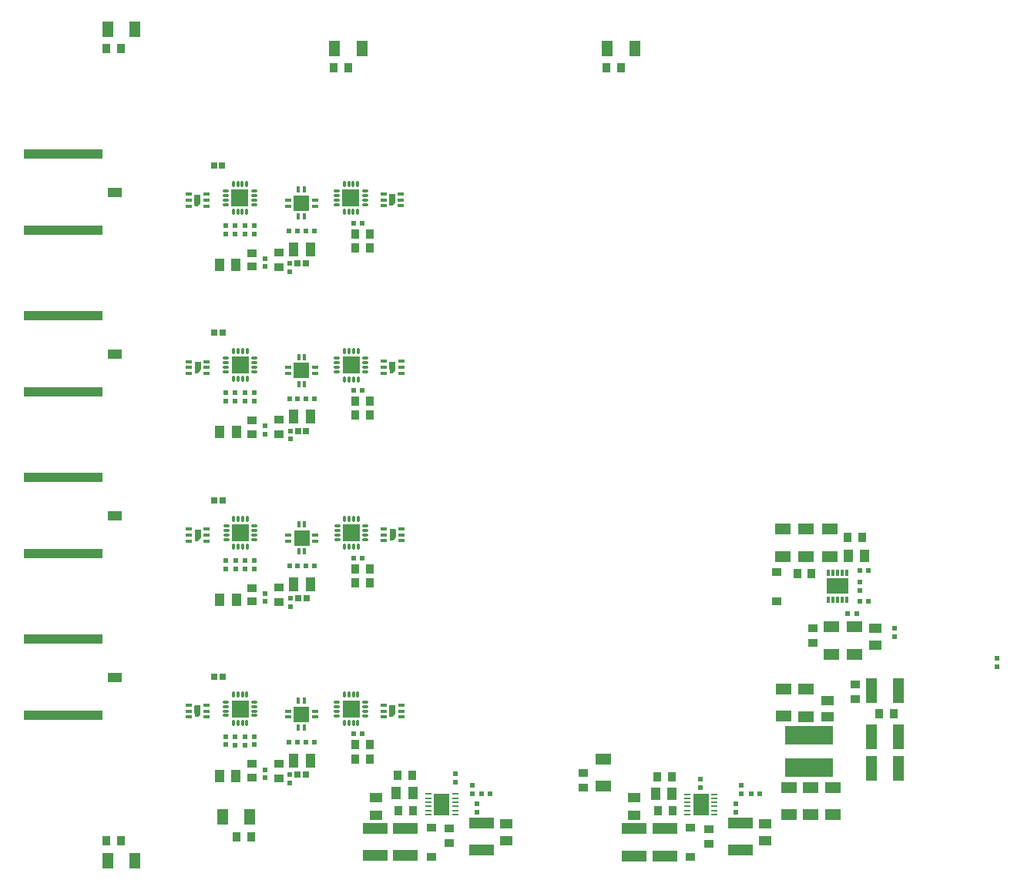
<source format=gtp>
G04*
G04 #@! TF.GenerationSoftware,Altium Limited,Altium Designer,21.1.0 (24)*
G04*
G04 Layer_Color=8421504*
%FSLAX25Y25*%
%MOIN*%
G70*
G04*
G04 #@! TF.SameCoordinates,59D5B773-27E9-4806-B489-B34453608D3F*
G04*
G04*
G04 #@! TF.FilePolarity,Positive*
G04*
G01*
G75*
%ADD13R,0.02441X0.02284*%
%ADD14R,0.20866X0.07874*%
%ADD15R,0.02795X0.02835*%
%ADD16R,0.33858X0.04331*%
%ADD17R,0.05906X0.03937*%
%ADD18R,0.01181X0.03150*%
%ADD19R,0.09764X0.06890*%
%ADD20R,0.03150X0.00984*%
%ADD21R,0.06890X0.09646*%
%ADD22R,0.04252X0.03622*%
%ADD23R,0.03543X0.03937*%
%ADD24R,0.02284X0.02441*%
%ADD25R,0.07480X0.07480*%
%ADD26O,0.02756X0.01181*%
%ADD27O,0.01181X0.02756*%
%ADD28O,0.02953X0.01181*%
%ADD29O,0.01181X0.02953*%
%ADD30R,0.07677X0.07677*%
%ADD31R,0.01378X0.01181*%
%ADD32R,0.00591X0.00591*%
%ADD33R,0.02559X0.03740*%
%ADD34R,0.03150X0.01181*%
%ADD35R,0.03110X0.01181*%
%ADD36R,0.01181X0.03110*%
%ADD37R,0.06693X0.06693*%
%ADD38R,0.04134X0.06299*%
%ADD39R,0.05512X0.04134*%
%ADD40R,0.03937X0.03740*%
%ADD41R,0.10630X0.04528*%
%ADD42R,0.07087X0.04528*%
%ADD43R,0.04528X0.07087*%
%ADD44R,0.04134X0.05512*%
%ADD45R,0.03937X0.03740*%
%ADD46R,0.02559X0.02559*%
%ADD47R,0.03740X0.03937*%
%ADD48R,0.02441X0.02441*%
%ADD49R,0.02441X0.02441*%
%ADD50R,0.05512X0.04134*%
%ADD51R,0.07087X0.04528*%
%ADD52R,0.04528X0.10630*%
%ADD53R,0.03740X0.03937*%
%ADD54R,0.03937X0.03543*%
G36*
X72708Y78533D02*
X71526Y77352D01*
X70148D01*
Y82273D01*
X72708D01*
Y78533D01*
D02*
G37*
G36*
X72787Y154795D02*
X71605Y153614D01*
X70227D01*
Y158535D01*
X72787D01*
Y154795D01*
D02*
G37*
G36*
X157001Y78567D02*
X155819Y77386D01*
X154441D01*
Y82308D01*
X157001D01*
Y78567D01*
D02*
G37*
G36*
X157080Y154830D02*
X155898Y153649D01*
X154520D01*
Y158570D01*
X157080D01*
Y154830D01*
D02*
G37*
G36*
X72748Y227341D02*
X71567Y226160D01*
X70189D01*
Y231081D01*
X72748D01*
Y227341D01*
D02*
G37*
G36*
X72658Y299791D02*
X71477Y298610D01*
X70099D01*
Y303532D01*
X72658D01*
Y299791D01*
D02*
G37*
G36*
X157041Y227375D02*
X155860Y226194D01*
X154482D01*
Y231115D01*
X157041D01*
Y227375D01*
D02*
G37*
G36*
X156951Y299826D02*
X155770Y298645D01*
X154392D01*
Y303566D01*
X156951D01*
Y299826D01*
D02*
G37*
D13*
X373079Y115817D02*
D03*
Y112116D02*
D03*
X91805Y290097D02*
D03*
Y286396D02*
D03*
X91894Y213945D02*
D03*
Y217646D02*
D03*
X91933Y145101D02*
D03*
Y141400D02*
D03*
X91854Y68838D02*
D03*
Y65137D02*
D03*
X87687Y290097D02*
D03*
Y286396D02*
D03*
X87777Y213945D02*
D03*
Y217646D02*
D03*
X87816Y145101D02*
D03*
Y141400D02*
D03*
X87737Y68838D02*
D03*
Y65137D02*
D03*
X190135Y47667D02*
D03*
Y43966D02*
D03*
X306576Y43891D02*
D03*
Y47591D02*
D03*
X192202Y39789D02*
D03*
Y36088D02*
D03*
X304331Y36043D02*
D03*
Y39744D02*
D03*
X182945Y48922D02*
D03*
Y52623D02*
D03*
X288976Y50276D02*
D03*
Y46575D02*
D03*
X417369Y102633D02*
D03*
Y98932D02*
D03*
X357861Y132055D02*
D03*
Y135756D02*
D03*
D14*
X336000Y69300D02*
D03*
Y55520D02*
D03*
D15*
X78510Y94737D02*
D03*
X82132D02*
D03*
X78589Y171000D02*
D03*
X82211D02*
D03*
X78550Y243545D02*
D03*
X82172D02*
D03*
X78461Y315996D02*
D03*
X82083D02*
D03*
D16*
X13429Y321029D02*
D03*
Y287959D02*
D03*
Y77959D02*
D03*
Y111030D02*
D03*
Y217959D02*
D03*
Y251029D02*
D03*
Y147959D02*
D03*
Y181029D02*
D03*
D17*
X35673Y304494D02*
D03*
Y94494D02*
D03*
Y234494D02*
D03*
Y164494D02*
D03*
D18*
X344311Y128000D02*
D03*
X346280D02*
D03*
X348248D02*
D03*
X350217D02*
D03*
X352185D02*
D03*
Y139811D02*
D03*
X350217D02*
D03*
X348248D02*
D03*
X346280D02*
D03*
X344311D02*
D03*
D19*
X348248Y133905D02*
D03*
D20*
X295073Y35006D02*
D03*
Y36777D02*
D03*
Y38549D02*
D03*
Y40321D02*
D03*
Y42092D02*
D03*
Y43864D02*
D03*
X283262D02*
D03*
Y42092D02*
D03*
Y40321D02*
D03*
Y38549D02*
D03*
Y36777D02*
D03*
Y35006D02*
D03*
X171134Y35050D02*
D03*
Y36822D02*
D03*
Y38594D02*
D03*
Y40365D02*
D03*
Y42137D02*
D03*
Y43909D02*
D03*
X182945D02*
D03*
Y42137D02*
D03*
Y40365D02*
D03*
Y38594D02*
D03*
Y36822D02*
D03*
Y35050D02*
D03*
D21*
X289168Y39435D02*
D03*
X177039Y39480D02*
D03*
D22*
X321800Y139999D02*
D03*
Y127401D02*
D03*
X172539Y29429D02*
D03*
Y16831D02*
D03*
X284668Y16786D02*
D03*
Y29384D02*
D03*
D23*
X254550Y358300D02*
D03*
X248250D02*
D03*
X157972Y52165D02*
D03*
X164272D02*
D03*
X270318Y51481D02*
D03*
X276617D02*
D03*
X358858Y155000D02*
D03*
X352559D02*
D03*
X88203Y25324D02*
D03*
X94502D02*
D03*
X38300Y23600D02*
D03*
X32001D02*
D03*
X38250Y366600D02*
D03*
X31950D02*
D03*
X136502Y358300D02*
D03*
X130202D02*
D03*
D24*
X361509Y127300D02*
D03*
X357808D02*
D03*
X194387Y44041D02*
D03*
X198088D02*
D03*
X314529Y43966D02*
D03*
X310828D02*
D03*
X357861Y140700D02*
D03*
X361561D02*
D03*
X356450Y122000D02*
D03*
X352750D02*
D03*
D25*
X89822Y80837D02*
D03*
X89772Y302095D02*
D03*
X89862Y229645D02*
D03*
X89901Y157099D02*
D03*
D26*
X95924Y83789D02*
D03*
Y81821D02*
D03*
Y79852D02*
D03*
Y77884D02*
D03*
X83719D02*
D03*
Y79852D02*
D03*
Y81821D02*
D03*
Y83789D02*
D03*
X95875Y305048D02*
D03*
Y303080D02*
D03*
Y301111D02*
D03*
Y299143D02*
D03*
X83670D02*
D03*
Y301111D02*
D03*
Y303080D02*
D03*
Y305048D02*
D03*
X83760Y232597D02*
D03*
Y230629D02*
D03*
Y228660D02*
D03*
Y226692D02*
D03*
X95964D02*
D03*
Y228660D02*
D03*
Y230629D02*
D03*
Y232597D02*
D03*
X96003Y160052D02*
D03*
Y158083D02*
D03*
Y156115D02*
D03*
Y154147D02*
D03*
X83798D02*
D03*
Y156115D02*
D03*
Y158083D02*
D03*
Y160052D02*
D03*
D27*
X92774Y74734D02*
D03*
X90806D02*
D03*
X88837D02*
D03*
X86869D02*
D03*
Y86939D02*
D03*
X88837D02*
D03*
X90806D02*
D03*
X92774D02*
D03*
X92725Y295993D02*
D03*
X90757D02*
D03*
X88788D02*
D03*
X86820D02*
D03*
Y308198D02*
D03*
X88788D02*
D03*
X90757D02*
D03*
X92725D02*
D03*
X92815Y235747D02*
D03*
X90846D02*
D03*
X88878D02*
D03*
X86909D02*
D03*
Y223542D02*
D03*
X88878D02*
D03*
X90846D02*
D03*
X92815D02*
D03*
X92853Y150997D02*
D03*
X90885D02*
D03*
X88916D02*
D03*
X86948D02*
D03*
Y163202D02*
D03*
X88916D02*
D03*
X90885D02*
D03*
X92853D02*
D03*
D28*
X143922Y77837D02*
D03*
Y79805D02*
D03*
Y81774D02*
D03*
Y83742D02*
D03*
X131717D02*
D03*
Y81774D02*
D03*
Y79805D02*
D03*
Y77837D02*
D03*
X143872Y299095D02*
D03*
Y301064D02*
D03*
Y303032D02*
D03*
Y305001D02*
D03*
X131668D02*
D03*
Y303032D02*
D03*
Y301064D02*
D03*
Y299095D02*
D03*
X131757Y226645D02*
D03*
Y228613D02*
D03*
Y230582D02*
D03*
Y232550D02*
D03*
X143962D02*
D03*
Y230582D02*
D03*
Y228613D02*
D03*
Y226645D02*
D03*
X144001Y154099D02*
D03*
Y156068D02*
D03*
Y158036D02*
D03*
Y160005D02*
D03*
X131796D02*
D03*
Y158036D02*
D03*
Y156068D02*
D03*
Y154099D02*
D03*
D29*
X140772Y86892D02*
D03*
X138804D02*
D03*
X136835D02*
D03*
X134867D02*
D03*
Y74687D02*
D03*
X136835D02*
D03*
X138804D02*
D03*
X140772D02*
D03*
X140723Y308150D02*
D03*
X138754D02*
D03*
X136786D02*
D03*
X134817D02*
D03*
Y295946D02*
D03*
X136786D02*
D03*
X138754D02*
D03*
X140723D02*
D03*
X140812Y223495D02*
D03*
X138844D02*
D03*
X136875D02*
D03*
X134907D02*
D03*
Y235700D02*
D03*
X136875D02*
D03*
X138844D02*
D03*
X140812D02*
D03*
X140851Y163154D02*
D03*
X138883D02*
D03*
X136914D02*
D03*
X134946D02*
D03*
Y150950D02*
D03*
X136914D02*
D03*
X138883D02*
D03*
X140851D02*
D03*
D30*
X137819Y80790D02*
D03*
X137770Y302048D02*
D03*
X137860Y229597D02*
D03*
X137898Y157052D02*
D03*
D31*
X70916Y154205D02*
D03*
X70837Y77942D02*
D03*
X155081Y299235D02*
D03*
X155171Y226785D02*
D03*
X155209Y154239D02*
D03*
X155130Y77977D02*
D03*
X70788Y299201D02*
D03*
X70878Y226750D02*
D03*
D32*
X71901Y154500D02*
D03*
X71822Y78237D02*
D03*
X156065Y299531D02*
D03*
X156155Y227080D02*
D03*
X156194Y154535D02*
D03*
X156115Y78272D02*
D03*
X71772Y299496D02*
D03*
X71862Y227045D02*
D03*
D33*
X71507Y156665D02*
D03*
X71428Y80403D02*
D03*
X155672Y301696D02*
D03*
X155761Y229245D02*
D03*
X155800Y156700D02*
D03*
X155721Y80437D02*
D03*
X71379Y301661D02*
D03*
X71468Y229211D02*
D03*
D34*
X75247Y153516D02*
D03*
Y156075D02*
D03*
Y158634D02*
D03*
X67767D02*
D03*
Y156075D02*
D03*
Y153516D02*
D03*
X67688Y77253D02*
D03*
Y79812D02*
D03*
Y82371D02*
D03*
X75168D02*
D03*
Y79812D02*
D03*
Y77253D02*
D03*
X159412Y298547D02*
D03*
Y301105D02*
D03*
Y303665D02*
D03*
X151932D02*
D03*
Y301105D02*
D03*
Y298547D02*
D03*
X159501Y226096D02*
D03*
Y228655D02*
D03*
Y231214D02*
D03*
X152021D02*
D03*
Y228655D02*
D03*
Y226096D02*
D03*
X159540Y153550D02*
D03*
Y156109D02*
D03*
Y158668D02*
D03*
X152060D02*
D03*
Y156109D02*
D03*
Y153550D02*
D03*
X151981Y77288D02*
D03*
Y79847D02*
D03*
Y82406D02*
D03*
X159461D02*
D03*
Y79847D02*
D03*
Y77288D02*
D03*
X75119Y298512D02*
D03*
Y301071D02*
D03*
Y303630D02*
D03*
X67639D02*
D03*
Y301071D02*
D03*
Y298512D02*
D03*
X75208Y226061D02*
D03*
Y228620D02*
D03*
Y231179D02*
D03*
X67728D02*
D03*
Y228620D02*
D03*
Y226061D02*
D03*
D35*
X122222Y77237D02*
D03*
Y79836D02*
D03*
X110529D02*
D03*
Y77237D02*
D03*
X110479Y298496D02*
D03*
Y301095D02*
D03*
X122172D02*
D03*
Y298496D02*
D03*
X110569Y226045D02*
D03*
Y228644D02*
D03*
X122262D02*
D03*
Y226045D02*
D03*
X110608Y153500D02*
D03*
Y156098D02*
D03*
X122301D02*
D03*
Y153500D02*
D03*
D36*
X117675Y84383D02*
D03*
X115076D02*
D03*
Y72690D02*
D03*
X117675D02*
D03*
X117625Y293949D02*
D03*
X115027D02*
D03*
Y305642D02*
D03*
X117625D02*
D03*
X117715Y221498D02*
D03*
X115116D02*
D03*
Y233191D02*
D03*
X117715D02*
D03*
X117754Y148953D02*
D03*
X115155D02*
D03*
Y160646D02*
D03*
X117754D02*
D03*
D37*
X116375Y78537D02*
D03*
X116326Y299795D02*
D03*
X116416Y227345D02*
D03*
X116454Y154799D02*
D03*
D38*
X120311Y58437D02*
D03*
X112831D02*
D03*
X112782Y279695D02*
D03*
X120262D02*
D03*
X120352Y207245D02*
D03*
X112871D02*
D03*
X112910Y134699D02*
D03*
X120391D02*
D03*
D39*
X316970Y23578D02*
D03*
Y31058D02*
D03*
X364567Y108366D02*
D03*
Y115847D02*
D03*
X148524Y34744D02*
D03*
Y42224D02*
D03*
X260268Y34809D02*
D03*
Y42289D02*
D03*
X204841Y23623D02*
D03*
Y31103D02*
D03*
D40*
X106516Y50804D02*
D03*
Y57104D02*
D03*
X94852Y272260D02*
D03*
Y278165D02*
D03*
X94942Y205715D02*
D03*
Y199809D02*
D03*
X94980Y127264D02*
D03*
Y133169D02*
D03*
X94901Y51001D02*
D03*
Y56907D02*
D03*
X106466Y272063D02*
D03*
Y278362D02*
D03*
X106556Y205911D02*
D03*
Y199612D02*
D03*
X106595Y127067D02*
D03*
Y133366D02*
D03*
D41*
X306299Y31398D02*
D03*
Y19587D02*
D03*
X161339Y17219D02*
D03*
Y29030D02*
D03*
X273468Y28985D02*
D03*
Y17174D02*
D03*
X148139Y17219D02*
D03*
Y29030D02*
D03*
X260268Y28985D02*
D03*
Y17174D02*
D03*
X194171Y19632D02*
D03*
Y31442D02*
D03*
D42*
X327148Y34956D02*
D03*
Y46767D02*
D03*
X345774Y104495D02*
D03*
Y116306D02*
D03*
X355542Y104495D02*
D03*
Y116306D02*
D03*
X334509Y158606D02*
D03*
Y146794D02*
D03*
X324609Y158606D02*
D03*
Y146794D02*
D03*
X344802D02*
D03*
Y158606D02*
D03*
X346254Y34956D02*
D03*
Y46767D02*
D03*
X336496Y34956D02*
D03*
Y46767D02*
D03*
D43*
X260554Y366800D02*
D03*
X248743D02*
D03*
X82199Y33890D02*
D03*
X94010D02*
D03*
X44304Y15100D02*
D03*
X32493D02*
D03*
X32495Y375200D02*
D03*
X44306D02*
D03*
X142506Y366800D02*
D03*
X130694D02*
D03*
D44*
X276611Y44185D02*
D03*
X269524D02*
D03*
X353015Y147200D02*
D03*
X360102D02*
D03*
X88061Y273047D02*
D03*
X80974D02*
D03*
X81063Y200596D02*
D03*
X88150D02*
D03*
X81102Y128051D02*
D03*
X88189D02*
D03*
X81023Y51789D02*
D03*
X88110D02*
D03*
X157396Y44230D02*
D03*
X164483D02*
D03*
D45*
X292468Y22535D02*
D03*
Y28835D02*
D03*
X337500Y109449D02*
D03*
Y115748D02*
D03*
X355842Y85161D02*
D03*
Y91460D02*
D03*
X180339Y28879D02*
D03*
Y22580D02*
D03*
D46*
X114760Y52378D02*
D03*
X118382D02*
D03*
X114711Y273636D02*
D03*
X118333D02*
D03*
X118423Y201185D02*
D03*
X114801D02*
D03*
X114839Y128640D02*
D03*
X118461D02*
D03*
D47*
X337108Y139400D02*
D03*
X330809D02*
D03*
X139600Y286496D02*
D03*
X145899D02*
D03*
X145989Y214045D02*
D03*
X139690D02*
D03*
X139728Y141500D02*
D03*
X146028D02*
D03*
X139649Y65237D02*
D03*
X145949D02*
D03*
X366339Y78740D02*
D03*
X372638D02*
D03*
X164689Y36830D02*
D03*
X158390D02*
D03*
X270518Y36785D02*
D03*
X276817D02*
D03*
D48*
X111387Y273638D02*
D03*
Y270094D02*
D03*
X111477Y197644D02*
D03*
Y201187D02*
D03*
X111516Y128642D02*
D03*
Y125098D02*
D03*
X111437Y52379D02*
D03*
Y48836D02*
D03*
X100634Y272213D02*
D03*
Y275756D02*
D03*
X100723Y203305D02*
D03*
Y199762D02*
D03*
X100762Y127217D02*
D03*
Y130760D02*
D03*
X100683Y50954D02*
D03*
Y54497D02*
D03*
X95922Y290018D02*
D03*
Y286475D02*
D03*
X96012Y214024D02*
D03*
Y217567D02*
D03*
X96050Y145022D02*
D03*
Y141479D02*
D03*
X95971Y68760D02*
D03*
Y65216D02*
D03*
X83570Y290018D02*
D03*
Y286475D02*
D03*
X83660Y214024D02*
D03*
Y217567D02*
D03*
X83698Y145022D02*
D03*
Y141479D02*
D03*
X83619Y68760D02*
D03*
Y65216D02*
D03*
D49*
X114594Y287595D02*
D03*
X111050D02*
D03*
X111140Y215145D02*
D03*
X114683D02*
D03*
X114722Y142599D02*
D03*
X111179D02*
D03*
X114643Y66337D02*
D03*
X111100D02*
D03*
X121794Y287595D02*
D03*
X118250D02*
D03*
X118340Y215145D02*
D03*
X121883D02*
D03*
X121922Y142599D02*
D03*
X118379D02*
D03*
X121843Y66337D02*
D03*
X118300D02*
D03*
X138950Y291196D02*
D03*
X142494D02*
D03*
X142583Y218745D02*
D03*
X139040D02*
D03*
X139079Y146200D02*
D03*
X142622D02*
D03*
X139000Y69937D02*
D03*
X142543D02*
D03*
D50*
X343865Y84473D02*
D03*
Y77386D02*
D03*
D51*
X334712Y77485D02*
D03*
Y89296D02*
D03*
X324843Y77671D02*
D03*
Y89482D02*
D03*
X246981Y47266D02*
D03*
Y59077D02*
D03*
D52*
X362793Y68601D02*
D03*
X374604D02*
D03*
X362829Y55116D02*
D03*
X374640D02*
D03*
X362886Y88661D02*
D03*
X374697D02*
D03*
D53*
X139600Y280396D02*
D03*
X145899D02*
D03*
X145989Y207945D02*
D03*
X139690D02*
D03*
X139728Y135400D02*
D03*
X146028D02*
D03*
X139649Y59137D02*
D03*
X145949D02*
D03*
D54*
X238414Y53073D02*
D03*
Y46774D02*
D03*
M02*

</source>
